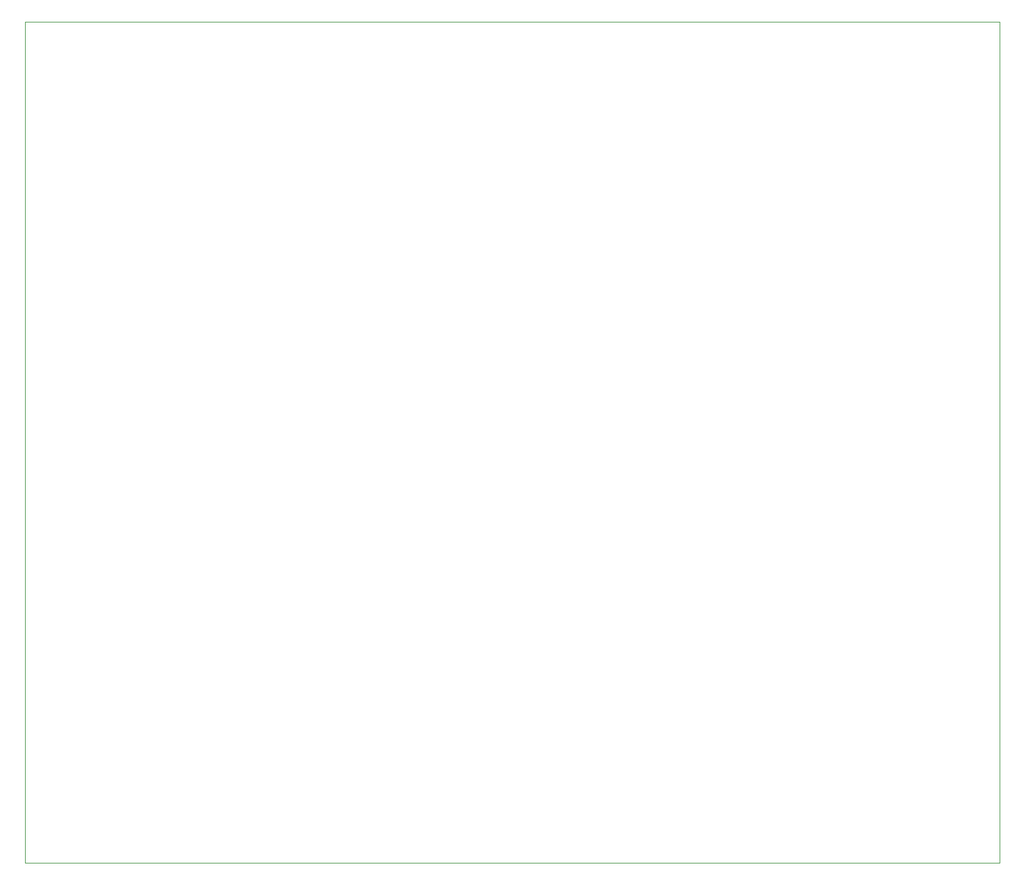
<source format=gbr>
%TF.GenerationSoftware,KiCad,Pcbnew,(5.1.8)-1*%
%TF.CreationDate,2021-02-10T16:30:01-05:00*%
%TF.ProjectId,PNG_PCB,504e475f-5043-4422-9e6b-696361645f70,rev?*%
%TF.SameCoordinates,Original*%
%TF.FileFunction,Profile,NP*%
%FSLAX46Y46*%
G04 Gerber Fmt 4.6, Leading zero omitted, Abs format (unit mm)*
G04 Created by KiCad (PCBNEW (5.1.8)-1) date 2021-02-10 16:30:01*
%MOMM*%
%LPD*%
G01*
G04 APERTURE LIST*
%TA.AperFunction,Profile*%
%ADD10C,0.100000*%
%TD*%
G04 APERTURE END LIST*
D10*
X258064000Y-154940000D02*
X129540000Y-154940000D01*
X129540000Y-154940000D02*
X129540000Y-43942000D01*
X129540000Y-43942000D02*
X258064000Y-43942000D01*
X258064000Y-43942000D02*
X258064000Y-154940000D01*
M02*

</source>
